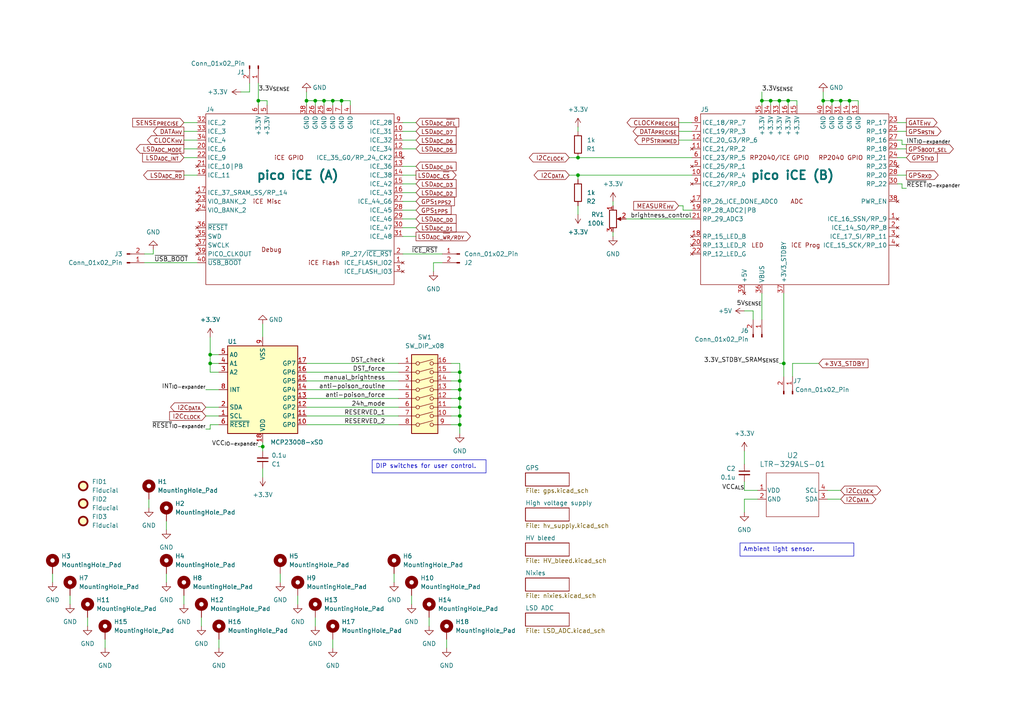
<source format=kicad_sch>
(kicad_sch (version 20230121) (generator eeschema)
  (paper "A4")
  (title_block (title "Nixie Accurate Clock") (rev "B") (company "Paul Willis"))
  (lib_symbols
    (symbol "00_lib:LTR-329ALS-01" (pin_names (offset 0.254))
      (property "Reference" "U" (at 10.16 10.16 0))
      (property "Value" "LTR-329ALS-01" (at 10.16 7.62 0))
      (symbol "LTR-329ALS-01_1_1"
        (pin power_in line (at 0 0 0) (length 2.54) (name "VDD") (number "1"))
        (pin power_in line (at 0 -2.54 0) (length 2.54) (name "GND") (number "2"))
        (pin bidirectional line (at 20.32 -2.54 180) (length 2.54) (name "SDA") (number "3"))
        (pin input line (at 20.32 0 180) (length 2.54) (name "SCL") (number "4"))
      )
    )
    (symbol "00_lib:pico_iCE (A)"
      (property "Reference" "J4" (at 27.305 -2.54 0))
      (property "Value" "pico iCE (A)" (at 26.67 31.75 0))
      (symbol "pico_iCE (A)_1_1"
        (text "Debug" (at 19.05 10.16 0) (effects (font (size 1.27 1.27))))
        (text "iCE Flash" (at 34.29 6.35 0) (effects (font (size 1.27 1.27))))
        (text "iCE GPIO" (at 24.13 36.83 0) (effects (font (size 1.27 1.27))))
        (text "iCE Misc" (at 17.78 24.13 0) (effects (font (size 1.27 1.27))))
        (pin no_connect line (at 57.15 6.35 180) (length 2.54) (name "ICE_FLASH_IO2") (number "1"))
        (pin input line (at 57.15 44.45 180) (length 2.54) (name "ICE_31") (number "10"))
        (pin input line (at 57.15 41.91 180) (length 2.54) (name "ICE_32") (number "11"))
        (pin input line (at 57.15 39.37 180) (length 2.54) (name "ICE_34") (number "12"))
        (pin input line (at 57.15 34.29 180) (length 2.54) (name "ICE_36") (number "13"))
        (pin output line (at 57.15 31.75 180) (length 2.54) (name "ICE_38") (number "14"))
        (pin input line (at 57.15 29.21 180) (length 2.54) (name "ICE_42") (number "15"))
        (pin input line (at 57.15 26.67 180) (length 2.54) (name "ICE_43") (number "16"))
        (pin no_connect line (at -2.54 26.67 0) (length 2.54) (name "ICE_37_SRAM_SS/RP_14") (number "17"))
        (pin no_connect line (at 57.15 36.83 180) (length 2.54) (name "ICE_35_G0/RP_24_CK2") (number "18"))
        (pin output line (at -2.54 31.75 0) (length 2.54) (name "ICE_11") (number "19"))
        (pin bidirectional line (at 57.15 8.89 180) (length 2.54) (name "RP_27/~{ICE_RST}") (number "2"))
        (pin output line (at -2.54 39.37 0) (length 2.54) (name "ICE_6") (number "20"))
        (pin no_connect line (at -2.54 34.29 0) (length 2.54) (name "ICE_10|PB") (number "21"))
        (pin input line (at -2.54 36.83 0) (length 2.54) (name "ICE_9") (number "22"))
        (pin no_connect line (at -2.54 24.13 0) (length 2.54) (name "VIO_BANK_2") (number "23"))
        (pin no_connect line (at -2.54 21.59 0) (length 2.54) (name "VIO_BANK_2") (number "24"))
        (pin passive line (at 34.29 52.07 270) (length 2.54) (name "GND") (number "25"))
        (pin passive line (at 31.75 52.07 270) (length 2.54) (name "GND") (number "26"))
        (pin input line (at 57.15 24.13 180) (length 2.54) (name "ICE_44_G6") (number "27"))
        (pin input line (at 57.15 21.59 180) (length 2.54) (name "ICE_45") (number "28"))
        (pin input line (at 57.15 19.05 180) (length 2.54) (name "ICE_46") (number "29"))
        (pin no_connect line (at 57.15 3.81 180) (length 2.54) (name "ICE_FLASH_IO3") (number "3"))
        (pin input line (at 57.15 16.51 180) (length 2.54) (name "ICE_47") (number "30"))
        (pin output line (at 57.15 13.97 180) (length 2.54) (name "ICE_48") (number "31"))
        (pin input line (at -2.54 46.99 0) (length 2.54) (name "ICE_2") (number "32"))
        (pin output line (at -2.54 44.45 0) (length 2.54) (name "ICE_3") (number "33"))
        (pin output line (at -2.54 41.91 0) (length 2.54) (name "ICE_4") (number "34"))
        (pin no_connect line (at -2.54 13.97 0) (length 2.54) (name "SWD") (number "35"))
        (pin no_connect line (at -2.54 16.51 0) (length 2.54) (name "~{RESET}") (number "36"))
        (pin no_connect line (at -2.54 11.43 0) (length 2.54) (name "SWCLK") (number "37"))
        (pin passive line (at 29.21 52.07 270) (length 2.54) (name "GND") (number "38"))
        (pin no_connect line (at -2.54 8.89 0) (length 2.54) (name "PICO_CLKOUT") (number "39"))
        (pin power_out line (at 41.91 52.07 270) (length 2.54) (name "GND") (number "4"))
        (pin input line (at -2.54 6.35 0) (length 2.54) (name "~{USB_BOOT}") (number "40"))
        (pin power_out line (at 17.78 52.07 270) (length 2.54) (name "+3.3V") (number "5"))
        (pin passive line (at 15.24 52.07 270) (length 2.54) (name "+3.3V") (number "6"))
        (pin passive line (at 39.37 52.07 270) (length 2.54) (name "GND") (number "7"))
        (pin passive line (at 36.83 52.07 270) (length 2.54) (name "GND") (number "8"))
        (pin input line (at 57.15 46.99 180) (length 2.54) (name "ICE_28") (number "9"))
      )
    )
    (symbol "00_lib:pico_iCE (B)"
      (property "Reference" "J5" (at 0 50.8 0))
      (property "Value" "pico iCE (B)" (at 26.67 31.75 0))
      (symbol "pico_iCE (B)_1_1"
        (text "ADC" (at 27.94 24.13 0) (effects (font (size 1.27 1.27))))
        (text "iCE Prog" (at 30.48 11.43 0) (effects (font (size 1.27 1.27))))
        (text "LED" (at 16.51 11.43 0) (effects (font (size 1.27 1.27))))
        (text "RP2040 GPIO" (at 40.64 36.83 0) (effects (font (size 1.27 1.27))))
        (text "RP2040/iCE GPIO" (at 22.86 36.83 0) (effects (font (size 1.27 1.27))))
        (pin no_connect line (at 57.15 19.05 180) (length 2.54) (name "ICE_16_SSN/RP_9") (number "1"))
        (pin bidirectional line (at -2.54 31.75 0) (length 2.54) (name "ICE_26/RP_4") (number "10"))
        (pin no_connect line (at -2.54 39.37 0) (length 2.54) (name "ICE_21/RP_2") (number "11"))
        (pin output line (at -2.54 41.91 0) (length 2.54) (name "ICE_20_G3/RP_6") (number "12"))
        (pin passive line (at 45.72 52.07 270) (length 2.54) (name "GND") (number "13"))
        (pin passive line (at 43.18 52.07 270) (length 2.54) (name "GND") (number "14"))
        (pin passive line (at 27.94 52.07 270) (length 2.54) (name "+3.3V") (number "15"))
        (pin passive line (at 25.4 52.07 270) (length 2.54) (name "+3.3V") (number "16"))
        (pin no_connect line (at -2.54 24.13 0) (length 2.54) (name "RP_26_ICE_DONE_ADC0") (number "17"))
        (pin no_connect line (at -2.54 13.97 0) (length 2.54) (name "RP_15_LED_B") (number "18"))
        (pin input line (at -2.54 21.59 0) (length 2.54) (name "RP_28_ADC2|PB") (number "19"))
        (pin no_connect line (at 57.15 16.51 180) (length 2.54) (name "ICE_14_SO/RP_8") (number "2"))
        (pin no_connect line (at -2.54 11.43 0) (length 2.54) (name "RP_13_LED_R") (number "20"))
        (pin input line (at -2.54 19.05 0) (length 2.54) (name "RP_29_ADC3") (number "21"))
        (pin no_connect line (at -2.54 8.89 0) (length 2.54) (name "RP_12_LED_G") (number "22"))
        (pin output line (at 57.15 46.99 180) (length 2.54) (name "RP_17") (number "23"))
        (pin input line (at 57.15 36.83 180) (length 2.54) (name "RP_21") (number "24"))
        (pin output line (at 57.15 44.45 180) (length 2.54) (name "RP_19") (number "25"))
        (pin no_connect line (at 57.15 34.29 180) (length 2.54) (name "RP_23") (number "26"))
        (pin input line (at 57.15 41.91 180) (length 2.54) (name "RP_16") (number "27"))
        (pin output line (at 57.15 31.75 180) (length 2.54) (name "RP_20") (number "28"))
        (pin output line (at 57.15 39.37 180) (length 2.54) (name "RP_18") (number "29"))
        (pin no_connect line (at 57.15 13.97 180) (length 2.54) (name "ICE_17_SI/RP_11") (number "3"))
        (pin output line (at 57.15 29.21 180) (length 2.54) (name "RP_22") (number "30"))
        (pin passive line (at 40.64 52.07 270) (length 2.54) (name "GND") (number "31"))
        (pin passive line (at 38.1 52.07 270) (length 2.54) (name "GND") (number "32"))
        (pin passive line (at 22.86 52.07 270) (length 2.54) (name "+3.3V") (number "33"))
        (pin passive line (at 20.32 52.07 270) (length 2.54) (name "+3.3V") (number "34"))
        (pin passive line (at 17.78 52.07 270) (length 2.54) (name "+3.3V") (number "35"))
        (pin power_out line (at 17.78 -2.54 90) (length 2.54) (name "VBUS") (number "36"))
        (pin power_in line (at 24.13 -2.54 90) (length 2.54) (name "+3V3_STDBY") (number "37"))
        (pin no_connect line (at 57.15 24.13 180) (length 2.54) (name "PWR_EN") (number "38"))
        (pin no_connect line (at 12.7 -2.54 90) (length 2.54) (name "+5V") (number "39"))
        (pin no_connect line (at 57.15 11.43 180) (length 2.54) (name "ICE_15_SCK/RP_10") (number "4"))
        (pin passive line (at 35.56 52.07 270) (length 2.54) (name "GND") (number "40"))
        (pin no_connect line (at -2.54 34.29 0) (length 2.54) (name "ICE_25/RP_1") (number "5"))
        (pin bidirectional line (at -2.54 36.83 0) (length 2.54) (name "ICE_23/RP_5") (number "6"))
        (pin output line (at -2.54 44.45 0) (length 2.54) (name "ICE_19/RP_3") (number "7"))
        (pin output line (at -2.54 46.99 0) (length 2.54) (name "ICE_18/RP_7") (number "8"))
        (pin no_connect line (at -2.54 29.21 0) (length 2.54) (name "ICE_27/RP_0") (number "9"))
      )
    )
    (symbol "Conn_01x02_Pin_1" (pin_names (offset 1.016) hide)
      (property "Reference" "J6" (at 1.905 -3.81 90))
      (property "Value" "Conn_01x02_Pin" (at -0.635 -3.81 90))
      (symbol "Conn_01x02_Pin_1_1_1"
        (pin power_in line (at 5.08 0 180) (length 3.81) (name "Pin_1") (number "1"))
        (pin power_out line (at 5.08 -2.54 180) (length 3.81) (name "Pin_2") (number "2"))
      )
    )
    (symbol "Conn_01x02_Pin_2" (pin_names (offset 1.016) hide)
      (property "Reference" "J7" (at 1.905 -3.81 90))
      (property "Value" "Conn_01x02_Pin" (at -0.635 -3.81 90))
      (symbol "Conn_01x02_Pin_2_1_1"
        (pin power_in line (at 5.08 0 180) (length 3.81) (name "Pin_1") (number "1"))
        (pin power_out line (at 5.08 -2.54 180) (length 3.81) (name "Pin_2") (number "2"))
      )
    )
    (symbol "Conn_01x02_Pin_3" (pin_names (offset 1.016) hide)
      (property "Reference" "J5" (at 2.54 1.27 0))
      (property "Value" "Conn_01x02_Pin" (at 2.54 3.81 0))
      (symbol "Conn_01x02_Pin_3_1_1"
        (pin power_in line (at 5.08 0 180) (length 3.81) (name "Pin_1") (number "1"))
        (pin power_out line (at 5.08 -2.54 180) (length 3.81) (name "Pin_2") (number "2"))
      )
    )
    (symbol "Connector:Conn_01x02_Pin" (pin_names (offset 1.016) hide)
      (property "Reference" "J" (at 0 2.54 0))
      (property "Value" "Conn_01x02_Pin" (at 0 -5.08 0))
      (symbol "Conn_01x02_Pin_1_1"
        (pin passive line (at 5.08 0 180) (length 3.81) (name "Pin_1") (number "1"))
        (pin passive line (at 5.08 -2.54 180) (length 3.81) (name "Pin_2") (number "2"))
      )
    )
    (symbol "Device:C_Small" (pin_numbers hide) (pin_names (offset 0.254) hide)
      (property "Reference" "C4" (at -2.54 1.2637 0))
      (property "Value" "0.1u" (at -2.54 -1.2763 0))
      (symbol "C_Small_1_1"
        (pin power_in line (at 0 2.54 270) (length 2.032) (name "~") (number "1"))
        (pin power_out line (at 0 -2.54 90) (length 2.032) (name "~") (number "2"))
      )
    )
    (symbol "Device:R" (pin_numbers hide) (pin_names (offset 0))
      (property "Reference" "R" (at 2.032 0 90))
      (property "Value" "R" (at 0 0 90))
      (symbol "R_1_1"
        (pin passive line (at 0 3.81 270) (length 1.27) (name "~") (number "1"))
        (pin passive line (at 0 -3.81 90) (length 1.27) (name "~") (number "2"))
      )
    )
    (symbol "Device:R_Potentiometer" (pin_names (offset 1.016) hide)
      (property "Reference" "RV" (at -4.445 0 90))
      (property "Value" "R_Potentiometer" (at -2.54 0 90))
      (symbol "R_Potentiometer_1_1"
        (pin passive line (at 0 3.81 270) (length 1.27) (name "1") (number "1"))
        (pin passive line (at 3.81 0 180) (length 1.27) (name "2") (number "2"))
        (pin passive line (at 0 -3.81 90) (length 1.27) (name "3") (number "3"))
      )
    )
    (symbol "Interface_Expansion:MCP23008-xSO"
      (property "Reference" "U" (at -8.89 13.97 0))
      (property "Value" "MCP23008-xSO" (at 8.89 13.97 0))
      (symbol "MCP23008-xSO_1_1"
        (pin input line (at -12.7 7.62 0) (length 2.54) (name "SCL") (number "1"))
        (pin bidirectional line (at 12.7 10.16 180) (length 2.54) (name "GP0") (number "10"))
        (pin bidirectional line (at 12.7 7.62 180) (length 2.54) (name "GP1") (number "11"))
        (pin bidirectional line (at 12.7 5.08 180) (length 2.54) (name "GP2") (number "12"))
        (pin bidirectional line (at 12.7 2.54 180) (length 2.54) (name "GP3") (number "13"))
        (pin bidirectional line (at 12.7 0 180) (length 2.54) (name "GP4") (number "14"))
        (pin bidirectional line (at 12.7 -2.54 180) (length 2.54) (name "GP5") (number "15"))
        (pin bidirectional line (at 12.7 -5.08 180) (length 2.54) (name "GP6") (number "16"))
        (pin bidirectional line (at 12.7 -7.62 180) (length 2.54) (name "GP7") (number "17"))
        (pin power_in line (at 0 15.24 270) (length 2.54) (name "VDD") (number "18"))
        (pin bidirectional line (at -12.7 5.08 0) (length 2.54) (name "SDA") (number "2"))
        (pin input line (at -12.7 -5.08 0) (length 2.54) (name "A2") (number "3"))
        (pin input line (at -12.7 -7.62 0) (length 2.54) (name "A1") (number "4"))
        (pin input line (at -12.7 -10.16 0) (length 2.54) (name "A0") (number "5"))
        (pin input line (at -12.7 10.16 0) (length 2.54) (name "~{RESET}") (number "6"))
        (pin no_connect line (at -10.16 -2.54 0) (length 2.54) hide (name "NC") (number "7"))
        (pin output line (at -12.7 0 0) (length 2.54) (name "INT") (number "8"))
        (pin power_in line (at 0 -15.24 90) (length 2.54) (name "VSS") (number "9"))
      )
    )
    (symbol "Mechanical:Fiducial"
      (property "Reference" "FID" (at 0 5.08 0))
      (property "Value" "Fiducial" (at 0 3.175 0))
    )
    (symbol "Mechanical:MountingHole_Pad" (pin_numbers hide) (pin_names (offset 1.016) hide)
      (property "Reference" "H" (at 0 6.35 0))
      (property "Value" "MountingHole_Pad" (at 0 4.445 0))
      (symbol "MountingHole_Pad_1_1"
        (pin input line (at 0 -2.54 90) (length 2.54) (name "1") (number "1"))
      )
    )
    (symbol "Switch:SW_DIP_x08" (pin_names (offset 0) hide)
      (property "Reference" "SW" (at 0 13.97 0))
      (property "Value" "SW_DIP_x08" (at 0 -11.43 0))
      (symbol "SW_DIP_x08_1_1"
        (pin passive line (at -7.62 10.16 0) (length 5.08) (name "~") (number "1"))
        (pin passive line (at 7.62 -5.08 180) (length 5.08) (name "~") (number "10"))
        (pin passive line (at 7.62 -2.54 180) (length 5.08) (name "~") (number "11"))
        (pin passive line (at 7.62 0 180) (length 5.08) (name "~") (number "12"))
        (pin passive line (at 7.62 2.54 180) (length 5.08) (name "~") (number "13"))
        (pin passive line (at 7.62 5.08 180) (length 5.08) (name "~") (number "14"))
        (pin passive line (at 7.62 7.62 180) (length 5.08) (name "~") (number "15"))
        (pin passive line (at 7.62 10.16 180) (length 5.08) (name "~") (number "16"))
        (pin passive line (at -7.62 7.62 0) (length 5.08) (name "~") (number "2"))
        (pin passive line (at -7.62 5.08 0) (length 5.08) (name "~") (number "3"))
        (pin passive line (at -7.62 2.54 0) (length 5.08) (name "~") (number "4"))
        (pin passive line (at -7.62 0 0) (length 5.08) (name "~") (number "5"))
        (pin passive line (at -7.62 -2.54 0) (length 5.08) (name "~") (number "6"))
        (pin passive line (at -7.62 -5.08 0) (length 5.08) (name "~") (number "7"))
        (pin passive line (at -7.62 -7.62 0) (length 5.08) (name "~") (number "8"))
        (pin passive line (at 7.62 -7.62 180) (length 5.08) (name "~") (number "9"))
      )
    )
    (symbol "power:+3.3V" (power) (pin_names (offset 0))
      (property "Value" "+3.3V" (at 0 3.556 0))
      (symbol "+3.3V_1_1"
        (pin power_in line (at 0 0 90) (length 0) hide (name "+3.3V") (number "1"))
      )
    )
    (symbol "power:+5V" (power) (pin_names (offset 0))
      (property "Value" "+5V" (at 0 3.556 0))
      (symbol "+5V_1_1"
        (pin power_in line (at 0 0 90) (length 0) hide (name "+5V") (number "1"))
      )
    )
    (symbol "power:GND" (power) (pin_names (offset 0))
      (property "Value" "GND" (at 0 -3.81 0))
      (symbol "GND_1_1"
        (pin power_in line (at 0 0 270) (length 0) hide (name "GND") (number "1"))
      )
    )
  )
  (junction (at 99.06 29.21))
  (junction (at 96.52 29.21))
  (junction (at 227.33 105.41))
  (junction (at 133.35 110.49))
  (junction (at 133.35 113.03))
  (junction (at 167.64 50.8))
  (junction (at 74.93 29.21))
  (junction (at 93.98 29.21))
  (junction (at 243.84 29.21))
  (junction (at 60.96 105.41))
  (junction (at 223.52 29.21))
  (junction (at 60.96 102.87))
  (junction (at 246.38 29.21))
  (junction (at 167.64 45.72))
  (junction (at 91.44 29.21))
  (junction (at 238.76 29.21))
  (junction (at 228.6 29.21))
  (junction (at 220.98 29.21))
  (junction (at 133.35 118.11))
  (junction (at 133.35 107.95))
  (junction (at 76.2 129.54))
  (junction (at 133.35 115.57))
  (junction (at 133.35 120.65))
  (junction (at 226.06 29.21))
  (junction (at 133.35 123.19))
  (junction (at 88.9 29.21))
  (junction (at 241.3 29.21))
  (wire (pts (xy 167.64 36.83) (xy 167.64 38.1)))
  (wire (pts (xy 120.65 48.26) (xy 116.84 48.26)))
  (wire (pts (xy 60.96 105.41) (xy 60.96 102.87)))
  (wire (pts (xy 20.32 175.26) (xy 20.32 172.72)))
  (wire (pts (xy 238.76 30.48) (xy 238.76 29.21)))
  (wire (pts (xy 133.35 107.95) (xy 133.35 110.49)))
  (wire (pts (xy 116.84 58.42) (xy 120.65 58.42)))
  (wire (pts (xy 96.52 29.21) (xy 99.06 29.21)))
  (wire (pts (xy 76.2 135.89) (xy 76.2 138.43)))
  (wire (pts (xy 25.4 181.61) (xy 25.4 179.07)))
  (wire (pts (xy 74.93 30.48) (xy 74.93 29.21)))
  (wire (pts (xy 60.96 124.46) (xy 60.96 123.19)))
  (wire (pts (xy 96.52 29.21) (xy 96.52 30.48)))
  (wire (pts (xy 48.26 168.91) (xy 48.26 166.37)))
  (wire (pts (xy 101.6 29.21) (xy 101.6 30.48)))
  (wire (pts (xy 120.65 68.58) (xy 116.84 68.58)))
  (wire (pts (xy 133.35 120.65) (xy 133.35 123.19)))
  (wire (pts (xy 128.27 76.2) (xy 125.73 76.2)))
  (wire (pts (xy 262.89 43.18) (xy 260.35 43.18)))
  (wire (pts (xy 218.44 90.17) (xy 215.9 90.17)))
  (wire (pts (xy 120.65 50.8) (xy 116.84 50.8)))
  (wire (pts (xy 57.15 76.2) (xy 41.91 76.2)))
  (wire (pts (xy 215.9 144.78) (xy 219.71 144.78)))
  (wire (pts (xy 246.38 29.21) (xy 248.92 29.21)))
  (wire (pts (xy 88.9 30.48) (xy 88.9 29.21)))
  (wire (pts (xy 241.3 29.21) (xy 241.3 30.48)))
  (wire (pts (xy 15.24 168.91) (xy 15.24 166.37)))
  (wire (pts (xy 133.35 110.49) (xy 133.35 113.03)))
  (wire (pts (xy 72.39 26.67) (xy 69.85 26.67)))
  (wire (pts (xy 196.85 38.1) (xy 200.66 38.1)))
  (wire (pts (xy 262.89 45.72) (xy 260.35 45.72)))
  (wire (pts (xy 220.98 26.67) (xy 220.98 29.21)))
  (wire (pts (xy 261.62 40.64) (xy 260.35 40.64)))
  (wire (pts (xy 91.44 29.21) (xy 91.44 30.48)))
  (wire (pts (xy 246.38 29.21) (xy 246.38 30.48)))
  (wire (pts (xy 91.44 181.61) (xy 91.44 179.07)))
  (wire (pts (xy 53.34 175.26) (xy 53.34 172.72)))
  (wire (pts (xy 53.34 50.8) (xy 57.15 50.8)))
  (wire (pts (xy 88.9 107.95) (xy 115.57 107.95)))
  (wire (pts (xy 60.96 97.79) (xy 60.96 102.87)))
  (wire (pts (xy 220.98 85.09) (xy 220.98 92.71)))
  (wire (pts (xy 177.8 58.42) (xy 177.8 59.69)))
  (wire (pts (xy 238.76 29.21) (xy 241.3 29.21)))
  (wire (pts (xy 60.96 123.19) (xy 63.5 123.19)))
  (wire (pts (xy 262.89 50.8) (xy 260.35 50.8)))
  (wire (pts (xy 167.64 45.72) (xy 200.66 45.72)))
  (wire (pts (xy 99.06 29.21) (xy 101.6 29.21)))
  (wire (pts (xy 215.9 139.7) (xy 215.9 142.24)))
  (wire (pts (xy 262.89 38.1) (xy 260.35 38.1)))
  (wire (pts (xy 77.47 30.48) (xy 77.47 29.21)))
  (wire (pts (xy 240.03 142.24) (xy 243.84 142.24)))
  (wire (pts (xy 181.61 63.5) (xy 200.66 63.5)))
  (wire (pts (xy 120.65 40.64) (xy 116.84 40.64)))
  (wire (pts (xy 196.85 59.69) (xy 198.12 59.69)))
  (wire (pts (xy 133.35 105.41) (xy 133.35 107.95)))
  (wire (pts (xy 215.9 130.81) (xy 215.9 134.62)))
  (wire (pts (xy 261.62 41.91) (xy 261.62 40.64)))
  (wire (pts (xy 93.98 29.21) (xy 93.98 30.48)))
  (wire (pts (xy 130.81 105.41) (xy 133.35 105.41)))
  (wire (pts (xy 223.52 29.21) (xy 223.52 30.48)))
  (wire (pts (xy 88.9 113.03) (xy 115.57 113.03)))
  (wire (pts (xy 120.65 63.5) (xy 116.84 63.5)))
  (wire (pts (xy 116.84 60.96) (xy 120.65 60.96)))
  (wire (pts (xy 227.33 85.09) (xy 227.33 105.41)))
  (wire (pts (xy 88.9 120.65) (xy 115.57 120.65)))
  (wire (pts (xy 226.06 29.21) (xy 228.6 29.21)))
  (wire (pts (xy 125.73 76.2) (xy 125.73 78.74)))
  (wire (pts (xy 196.85 35.56) (xy 200.66 35.56)))
  (wire (pts (xy 99.06 29.21) (xy 99.06 30.48)))
  (wire (pts (xy 53.34 40.64) (xy 57.15 40.64)))
  (wire (pts (xy 43.18 147.32) (xy 43.18 144.78)))
  (wire (pts (xy 120.65 53.34) (xy 116.84 53.34)))
  (wire (pts (xy 240.03 144.78) (xy 243.84 144.78)))
  (wire (pts (xy 177.8 68.58) (xy 177.8 67.31)))
  (wire (pts (xy 53.34 43.18) (xy 57.15 43.18)))
  (wire (pts (xy 226.06 105.41) (xy 227.33 105.41)))
  (wire (pts (xy 198.12 60.96) (xy 200.66 60.96)))
  (wire (pts (xy 44.45 73.66) (xy 44.45 72.39)))
  (wire (pts (xy 167.64 52.07) (xy 167.64 50.8)))
  (wire (pts (xy 88.9 29.21) (xy 91.44 29.21)))
  (wire (pts (xy 130.81 120.65) (xy 133.35 120.65)))
  (wire (pts (xy 74.93 29.21) (xy 74.93 24.13)))
  (wire (pts (xy 130.81 118.11) (xy 133.35 118.11)))
  (wire (pts (xy 91.44 29.21) (xy 93.98 29.21)))
  (wire (pts (xy 76.2 129.54) (xy 76.2 130.81)))
  (wire (pts (xy 120.65 35.56) (xy 116.84 35.56)))
  (wire (pts (xy 114.3 168.91) (xy 114.3 166.37)))
  (wire (pts (xy 63.5 107.95) (xy 60.96 107.95)))
  (wire (pts (xy 229.87 109.22) (xy 229.87 105.41)))
  (wire (pts (xy 63.5 187.96) (xy 63.5 185.42)))
  (wire (pts (xy 60.96 107.95) (xy 60.96 105.41)))
  (wire (pts (xy 133.35 118.11) (xy 133.35 120.65)))
  (wire (pts (xy 81.28 168.91) (xy 81.28 166.37)))
  (wire (pts (xy 167.64 62.23) (xy 167.64 59.69)))
  (wire (pts (xy 130.81 113.03) (xy 133.35 113.03)))
  (wire (pts (xy 228.6 29.21) (xy 231.14 29.21)))
  (wire (pts (xy 93.98 29.21) (xy 96.52 29.21)))
  (wire (pts (xy 120.65 43.18) (xy 116.84 43.18)))
  (wire (pts (xy 261.62 53.34) (xy 260.35 53.34)))
  (wire (pts (xy 218.44 92.71) (xy 218.44 90.17)))
  (wire (pts (xy 248.92 29.21) (xy 248.92 30.48)))
  (wire (pts (xy 262.89 41.91) (xy 261.62 41.91)))
  (wire (pts (xy 58.42 181.61) (xy 58.42 179.07)))
  (wire (pts (xy 243.84 29.21) (xy 243.84 30.48)))
  (wire (pts (xy 60.96 102.87) (xy 63.5 102.87)))
  (wire (pts (xy 59.69 118.11) (xy 63.5 118.11)))
  (wire (pts (xy 76.2 93.98) (xy 76.2 97.79)))
  (wire (pts (xy 88.9 26.67) (xy 88.9 29.21)))
  (wire (pts (xy 59.69 120.65) (xy 63.5 120.65)))
  (wire (pts (xy 53.34 35.56) (xy 57.15 35.56)))
  (wire (pts (xy 133.35 123.19) (xy 133.35 125.73)))
  (wire (pts (xy 238.76 26.67) (xy 238.76 29.21)))
  (wire (pts (xy 165.1 50.8) (xy 167.64 50.8)))
  (wire (pts (xy 116.84 73.66) (xy 128.27 73.66)))
  (wire (pts (xy 120.65 38.1) (xy 116.84 38.1)))
  (wire (pts (xy 215.9 142.24) (xy 219.71 142.24)))
  (wire (pts (xy 63.5 105.41) (xy 60.96 105.41)))
  (wire (pts (xy 76.2 128.27) (xy 76.2 129.54)))
  (wire (pts (xy 165.1 45.72) (xy 167.64 45.72)))
  (wire (pts (xy 241.3 29.21) (xy 243.84 29.21)))
  (wire (pts (xy 220.98 30.48) (xy 220.98 29.21)))
  (wire (pts (xy 74.93 129.54) (xy 76.2 129.54)))
  (wire (pts (xy 130.81 123.19) (xy 133.35 123.19)))
  (wire (pts (xy 88.9 123.19) (xy 115.57 123.19)))
  (wire (pts (xy 59.69 113.03) (xy 63.5 113.03)))
  (wire (pts (xy 243.84 29.21) (xy 246.38 29.21)))
  (wire (pts (xy 88.9 105.41) (xy 115.57 105.41)))
  (wire (pts (xy 88.9 118.11) (xy 115.57 118.11)))
  (wire (pts (xy 198.12 59.69) (xy 198.12 60.96)))
  (wire (pts (xy 41.91 73.66) (xy 44.45 73.66)))
  (wire (pts (xy 167.64 50.8) (xy 200.66 50.8)))
  (wire (pts (xy 196.85 40.64) (xy 200.66 40.64)))
  (wire (pts (xy 129.54 187.96) (xy 129.54 185.42)))
  (wire (pts (xy 30.48 187.96) (xy 30.48 185.42)))
  (wire (pts (xy 231.14 29.21) (xy 231.14 30.48)))
  (wire (pts (xy 124.46 181.61) (xy 124.46 179.07)))
  (wire (pts (xy 130.81 115.57) (xy 133.35 115.57)))
  (wire (pts (xy 228.6 29.21) (xy 228.6 30.48)))
  (wire (pts (xy 261.62 54.61) (xy 261.62 53.34)))
  (wire (pts (xy 262.89 54.61) (xy 261.62 54.61)))
  (wire (pts (xy 260.35 35.56) (xy 262.89 35.56)))
  (wire (pts (xy 96.52 187.96) (xy 96.52 185.42)))
  (wire (pts (xy 74.93 29.21) (xy 77.47 29.21)))
  (wire (pts (xy 220.98 29.21) (xy 223.52 29.21)))
  (wire (pts (xy 215.9 148.59) (xy 215.9 144.78)))
  (wire (pts (xy 120.65 55.88) (xy 116.84 55.88)))
  (wire (pts (xy 229.87 105.41) (xy 237.49 105.41)))
  (wire (pts (xy 130.81 107.95) (xy 133.35 107.95)))
  (wire (pts (xy 120.65 66.04) (xy 116.84 66.04)))
  (wire (pts (xy 53.34 38.1) (xy 57.15 38.1)))
  (wire (pts (xy 223.52 29.21) (xy 226.06 29.21)))
  (wire (pts (xy 88.9 115.57) (xy 115.57 115.57)))
  (wire (pts (xy 119.38 175.26) (xy 119.38 172.72)))
  (wire (pts (xy 88.9 110.49) (xy 115.57 110.49)))
  (wire (pts (xy 226.06 29.21) (xy 226.06 30.48)))
  (wire (pts (xy 48.26 153.67) (xy 48.26 151.13)))
  (wire (pts (xy 59.69 124.46) (xy 60.96 124.46)))
  (wire (pts (xy 133.35 113.03) (xy 133.35 115.57)))
  (wire (pts (xy 72.39 24.13) (xy 72.39 26.67)))
  (wire (pts (xy 130.81 110.49) (xy 133.35 110.49)))
  (wire (pts (xy 86.36 175.26) (xy 86.36 172.72)))
  (wire (pts (xy 227.33 105.41) (xy 227.33 109.22)))
  (wire (pts (xy 133.35 115.57) (xy 133.35 118.11)))
  (wire (pts (xy 53.34 45.72) (xy 57.15 45.72)))
  (text_box "DIP switches for user control." (at 107.95 133.35 0) (size 33.02 3.81) (effects (font (size 1.27 1.27)) (justify left top)))
  (text_box "Ambient light sensor." (at 214.63 157.48 0) (size 33.02 3.81) (effects (font (size 1.27 1.27)) (justify left top)))
  (label "~{RESET}_{IO-expander}" (at 262.89 54.61 0))
  (label "VCC_{ALS}" (at 215.9 142.24 180))
  (label "INT_{IO-expander}" (at 59.69 113.03 180))
  (label "~{USB_BOOT}" (at 54.61 76.2 180))
  (label "~{RESET}_{IO-expander}" (at 59.69 124.46 180))
  (label "brightness_control" (at 182.88 63.5 0))
  (label "3.3V_{SENSE}" (at 74.93 26.67 0))
  (label "3.3V_{SENSE}" (at 220.98 26.67 0))
  (label "24h_mode" (at 111.76 118.11 180))
  (label "DST_check" (at 111.76 105.41 180))
  (label "5V_{SENSE}" (at 220.98 88.9 180))
  (label "anti-poison_force" (at 111.76 115.57 180))
  (label "INT_{IO-expander}" (at 262.89 41.91 0))
  (label "anti-poison_routine" (at 111.76 113.03 180))
  (label "RESERVED_1" (at 111.76 120.65 180))
  (label "DST_force" (at 111.76 107.95 180))
  (label "manual_brightness" (at 111.76 110.49 180))
  (label "VCC_{IO-expander}" (at 74.93 129.54 180))
  (label "~{ICE_RST}" (at 119.38 73.66 0))
  (label "RESERVED_2" (at 111.76 123.19 180))
  (label "3.3V_STDBY_SRAM_{SENSE}" (at 226.06 105.41 180))
  (global_label "LSD_{ADC_D1}" (shape input) (at 120.65 66.04 0) (property "Intersheetrefs" "${INTERSHEET_REFS}" (effects hide)))
  (global_label "DATA_{PRECISE}" (shape output) (at 196.85 38.1 180) (property "Intersheetrefs" "${INTERSHEET_REFS}" (effects hide)))
  (global_label "LSD_{ADC_D3}" (shape input) (at 120.65 53.34 0) (property "Intersheetrefs" "${INTERSHEET_REFS}" (effects hide)))
  (global_label "LSD_{ADC_D6}" (shape input) (at 120.65 40.64 0) (property "Intersheetrefs" "${INTERSHEET_REFS}" (effects hide)))
  (global_label "LSD_{ADC_~{INT}}" (shape input) (at 53.34 45.72 180) (property "Intersheetrefs" "${INTERSHEET_REFS}" (effects hide)))
  (global_label "GPS_{1PPS2}" (shape input) (at 120.65 58.42 0) (property "Intersheetrefs" "${INTERSHEET_REFS}" (effects hide)))
  (global_label "LSD_{ADC_D0}" (shape input) (at 120.65 63.5 0) (property "Intersheetrefs" "${INTERSHEET_REFS}" (effects hide)))
  (global_label "GATE_{HV}" (shape output) (at 262.89 35.56 0) (property "Intersheetrefs" "${INTERSHEET_REFS}" (effects hide)))
  (global_label "LSD_{ADC_~{CS}}" (shape output) (at 120.65 50.8 0) (property "Intersheetrefs" "${INTERSHEET_REFS}" (effects hide)))
  (global_label "LSD_{ADC_D2}" (shape input) (at 120.65 55.88 0) (property "Intersheetrefs" "${INTERSHEET_REFS}" (effects hide)))
  (global_label "CLOCK_{PRECISE}" (shape output) (at 196.85 35.56 180) (property "Intersheetrefs" "${INTERSHEET_REFS}" (effects hide)))
  (global_label "GPS_{RXD}" (shape output) (at 262.89 50.8 0) (property "Intersheetrefs" "${INTERSHEET_REFS}" (effects hide)))
  (global_label "GPS_{1PPS}" (shape input) (at 120.65 60.96 0) (property "Intersheetrefs" "${INTERSHEET_REFS}" (effects hide)))
  (global_label "PPS_{TRIMMED}" (shape output) (at 196.85 40.64 180) (property "Intersheetrefs" "${INTERSHEET_REFS}" (effects hide)))
  (global_label "LSD_{ADC_~{RD}}" (shape output) (at 53.34 50.8 180) (property "Intersheetrefs" "${INTERSHEET_REFS}" (effects hide)))
  (global_label "CLOCK_{HV}" (shape output) (at 53.34 40.64 180) (property "Intersheetrefs" "${INTERSHEET_REFS}" (effects hide)))
  (global_label "SENSE_{PRECISE}" (shape input) (at 53.34 35.56 180) (property "Intersheetrefs" "${INTERSHEET_REFS}" (effects hide)))
  (global_label "LSD_{ADC_~{OFL}}" (shape input) (at 120.65 35.56 0) (property "Intersheetrefs" "${INTERSHEET_REFS}" (effects hide)))
  (global_label "I2C_{CLOCK}" (shape bidirectional) (at 243.84 142.24 0) (property "Intersheetrefs" "${INTERSHEET_REFS}" (effects hide)))
  (global_label "DATA_{HV}" (shape output) (at 53.34 38.1 180) (property "Intersheetrefs" "${INTERSHEET_REFS}" (effects hide)))
  (global_label "I2C_{CLOCK}" (shape bidirectional) (at 165.1 45.72 180) (property "Intersheetrefs" "${INTERSHEET_REFS}" (effects hide)))
  (global_label "GPS_{TXD}" (shape input) (at 262.89 45.72 0) (property "Intersheetrefs" "${INTERSHEET_REFS}" (effects hide)))
  (global_label "I2C_{DATA}" (shape bidirectional) (at 243.84 144.78 0) (property "Intersheetrefs" "${INTERSHEET_REFS}" (effects hide)))
  (global_label "LSD_{ADC_D7}" (shape input) (at 120.65 38.1 0) (property "Intersheetrefs" "${INTERSHEET_REFS}" (effects hide)))
  (global_label "I2C_{DATA}" (shape bidirectional) (at 59.69 118.11 180) (property "Intersheetrefs" "${INTERSHEET_REFS}" (effects hide)))
  (global_label "I2C_{CLOCK}" (shape input) (at 59.69 120.65 180) (property "Intersheetrefs" "${INTERSHEET_REFS}" (effects hide)))
  (global_label "LSD_{ADC_D4}" (shape input) (at 120.65 48.26 0) (property "Intersheetrefs" "${INTERSHEET_REFS}" (effects hide)))
  (global_label "LSD_{ADC_MODE}" (shape output) (at 53.34 43.18 180) (property "Intersheetrefs" "${INTERSHEET_REFS}" (effects hide)))
  (global_label "GPS_{RSTN}" (shape output) (at 262.89 38.1 0) (property "Intersheetrefs" "${INTERSHEET_REFS}" (effects hide)))
  (global_label "GPS_{BOOT_SEL}" (shape output) (at 262.89 43.18 0) (property "Intersheetrefs" "${INTERSHEET_REFS}" (effects hide)))
  (global_label "I2C_{DATA}" (shape bidirectional) (at 165.1 50.8 180) (property "Intersheetrefs" "${INTERSHEET_REFS}" (effects hide)))
  (global_label "MEASURE_{HV}" (shape input) (at 196.85 59.69 180) (property "Intersheetrefs" "${INTERSHEET_REFS}" (effects hide)))
  (global_label "+3V3_STDBY" (shape input) (at 237.49 105.41 0) (property "Intersheetrefs" "${INTERSHEET_REFS}" (effects hide)))
  (global_label "LSD_{ADC_~{WR}{slash}RDY}" (shape output) (at 120.65 68.58 0) (property "Intersheetrefs" "${INTERSHEET_REFS}" (effects hide)))
  (global_label "LSD_{ADC_D5}" (shape input) (at 120.65 43.18 0) (property "Intersheetrefs" "${INTERSHEET_REFS}" (effects hide)))
  (symbol (lib_id "Switch:SW_DIP_x08") (at 123.19 115.57 0) (unit 1)
    (property "Reference" "SW1" (at 123.19 97.79 0))
    (property "Value" "SW_DIP_x08" (at 123.19 100.33 0))
    (property "Footprint" "Button_Switch_SMD:SW_DIP_SPSTx08_Slide_6.7x21.88mm_W8.61mm_P2.54mm_LowProfile" (effects hide))
    (property "Datasheet" "https://www.ctscorp.com/wp-content/uploads/219.pdf" (effects hide))
    (property "Model" "219-8MST" (effects hide))
    (property "Price" "0.95" (effects hide))
    (property "Digikey link" "https://www.digikey.com/en/products/detail/cts-electrocomponents/219-8MST/223209" (effects hide))
    (property "Mouser link" "https://www.mouser.com/ProductDetail/CTS-Electronic-Components/219-8MST?qs=qNzHFtQhdJ%252B8jOs%2FDCRqeg%3D%3D" (effects hide))
  )
  (symbol (lib_id "power:GND") (at 76.2 93.98 0) (mirror x) (unit 1)
    (property "Reference" "#PWR011" (effects hide))
    (property "Value" "GND" (at 80.01 92.71 0))
  )
  (symbol (lib_id "power:GND") (at 25.4 181.61 0) (unit 1)
    (property "Reference" "#PWR027" (effects hide))
    (property "Value" "GND" (at 25.4 186.69 0))
  )
  (symbol (lib_id "Mechanical:MountingHole_Pad") (at 129.54 182.88 0) (unit 1) (in_bom no)
    (property "Reference" "H18" (at 132.08 180.34 0) (effects (justify left)))
    (property "Value" "MountingHole_Pad" (at 132.08 182.88 0) (effects (justify left)))
    (property "Footprint" "MountingHole:MountingHole_2.7mm_M2.5_Pad_Via" (effects hide))
  )
  (symbol (lib_id "power:GND") (at 81.28 168.91 0) (unit 1)
    (property "Reference" "#PWR021" (effects hide))
    (property "Value" "GND" (at 81.28 173.99 0))
  )
  (symbol (lib_id "power:GND") (at 86.36 175.26 0) (unit 1)
    (property "Reference" "#PWR025" (effects hide))
    (property "Value" "GND" (at 86.36 180.34 0))
  )
  (symbol (lib_id "Mechanical:MountingHole_Pad") (at 48.26 163.83 0) (unit 1) (in_bom no)
    (property "Reference" "H4" (at 50.8 161.29 0) (effects (justify left)))
    (property "Value" "MountingHole_Pad" (at 50.8 163.83 0) (effects (justify left)))
    (property "Footprint" "MountingHole:MountingHole_2.7mm_M2.5_Pad_Via" (effects hide))
  )
  (symbol (lib_id "power:+3.3V") (at 76.2 138.43 0) (mirror x) (unit 1)
    (property "Reference" "#PWR015" (effects hide))
    (property "Value" "+3.3V" (at 76.2 143.51 0))
  )
  (symbol (lib_id "power:+5V") (at 215.9 90.17 90) (mirror x) (unit 1)
    (property "Reference" "#PWR010" (effects hide))
    (property "Value" "+5V" (at 208.28 90.17 90) (effects (justify right)))
  )
  (symbol (lib_id "Device:C_Small") (at 215.9 137.16 0) (unit 1)
    (property "Reference" "C2" (at 213.36 135.8963 0) (effects (justify right)))
    (property "Value" "0.1u" (at 213.36 138.4363 0) (effects (justify right)))
    (property "Footprint" "Capacitor_SMD:C_0603_1608Metric" (effects hide))
    (property "Datasheet" "https://mm.digikey.com/Volume0/opasdata/d220001/medias/docus/658/CL10B104KB8NNWC_Spec.pdf" (effects hide))
    (property "Model" "CL10B104KB8NNWC" (effects hide))
    (property "Price" "0.10" (effects hide))
    (property "Digikey link" "https://www.digikey.com/en/products/detail/samsung-electro-mechanics/CL10A105KA8NNNC/3886760" (effects hide))
    (property "Mouser link" "https://www.mouser.com/ProductDetail/Samsung-Electro-Mechanics/CL10A105KA8NNNC?qs=hqM3L16%252BxldY%252BnK4KzDJVg%3D%3D" (effects hide))
  )
  (symbol (lib_id "Mechanical:MountingHole_Pad") (at 91.44 176.53 0) (unit 1) (in_bom no)
    (property "Reference" "H13" (at 93.98 173.99 0) (effects (justify left)))
    (property "Value" "MountingHole_Pad" (at 93.98 176.53 0) (effects (justify left)))
    (property "Footprint" "MountingHole:MountingHole_2.7mm_M2.5_Pad_Via" (effects hide))
  )
  (symbol (lib_id "power:GND") (at 63.5 187.96 0) (unit 1)
    (property "Reference" "#PWR032" (effects hide))
    (property "Value" "GND" (at 63.5 193.04 0))
  )
  (symbol (lib_id "Device:C_Small") (at 76.2 133.35 180) (unit 1)
    (property "Reference" "C1" (at 78.74 134.6137 0) (effects (justify right)))
    (property "Value" "0.1u" (at 78.74 132.0737 0) (effects (justify right)))
    (property "Footprint" "Capacitor_SMD:C_0603_1608Metric" (effects hide))
    (property "Datasheet" "https://mm.digikey.com/Volume0/opasdata/d220001/medias/docus/658/CL10B104KB8NNWC_Spec.pdf" (effects hide))
    (property "Model" "CL10B104KB8NNWC" (effects hide))
    (property "Price" "0.10" (effects hide))
    (property "Digikey link" "https://www.digikey.com/en/products/detail/samsung-electro-mechanics/CL10A105KA8NNNC/3886760" (effects hide))
    (property "Mouser link" "https://www.mouser.com/ProductDetail/Samsung-Electro-Mechanics/CL10A105KA8NNNC?qs=hqM3L16%252BxldY%252BnK4KzDJVg%3D%3D" (effects hide))
  )
  (symbol (lib_id "power:+3.3V") (at 167.64 36.83 0) (unit 1)
    (property "Reference" "#PWR04" (effects hide))
    (property "Value" "+3.3V" (at 167.64 31.75 0))
  )
  (symbol (lib_id "Mechanical:MountingHole_Pad") (at 119.38 170.18 0) (unit 1) (in_bom no)
    (property "Reference" "H10" (at 121.92 167.64 0) (effects (justify left)))
    (property "Value" "MountingHole_Pad" (at 121.92 170.18 0) (effects (justify left)))
    (property "Footprint" "MountingHole:MountingHole_2.7mm_M2.5_Pad_Via" (effects hide))
  )
  (symbol (lib_id "Device:R") (at 167.64 41.91 180) (unit 1)
    (property "Reference" "R1" (at 171.45 43.18 0))
    (property "Value" "1k" (at 171.45 40.64 0))
    (property "Footprint" "Resistor_SMD:R_0603_1608Metric" (effects hide))
    (property "Datasheet" "https://www.yageo.com/upload/media/product/app/datasheet/rchip/pyu-rc_group_51_rohs_l.pdf" (effects hide))
    (property "Model" "RC0603FR-071KL" (effects hide))
    (property "Price" "0.10" (effects hide))
    (property "Digikey link" "https://www.digikey.com/en/products/detail/yageo/RC0603FR-071KL/726843" (effects hide))
    (property "Mouser link" "https://www.mouser.com/ProductDetail/YAGEO/RC0603FR-071KL?qs=VU8sRB4EgwApHsk4rF%2F3zg%3D%3D" (effects hide))
  )
  (symbol (lib_id "power:GND") (at 88.9 26.67 180) (unit 1)
    (property "Reference" "#PWR02" (effects hide))
    (property "Value" "GND" (at 92.71 25.4 0))
  )
  (symbol (lib_id "Mechanical:MountingHole_Pad") (at 20.32 170.18 0) (unit 1) (in_bom no)
    (property "Reference" "H7" (at 22.86 167.64 0) (effects (justify left)))
    (property "Value" "MountingHole_Pad" (at 22.86 170.18 0) (effects (justify left)))
    (property "Footprint" "MountingHole:MountingHole_2.7mm_M2.5_Pad_Via" (effects hide))
  )
  (symbol (lib_id "Connector:Conn_01x02_Pin") (at 133.35 73.66 0) (mirror y) (unit 1)
    (property "Reference" "J2" (at 134.62 76.2 0) (effects (justify right)))
    (property "Value" "Conn_01x02_Pin" (at 134.62 73.66 0) (effects (justify right)))
    (property "Footprint" "Connector_PinHeader_2.54mm:PinHeader_1x02_P2.54mm_Vertical_SMD_Pin1Left" (effects hide))
    (property "Datasheet" "https://suddendocs.samtec.com/catalog_english/tsm.pdf" (effects hide))
    (property "Model" "TSM-102-01-L-SV" (effects hide))
    (property "Price" "0.42" (effects hide))
    (property "Digikey link" "https://www.digikey.com/en/products/detail/samtec-inc/TSM-102-01-L-SV/2685520" (effects hide))
    (property "Mouser link" "https://www.mouser.com/ProductDetail/Samtec/TSM-102-01-L-SV?qs=FESYatJ8odJ%252BIhPvKBkuBA%3D%3D" (effects hide))
  )
  (symbol (lib_id "Mechanical:Fiducial") (at 24.13 140.97 0) (unit 1)
    (property "Reference" "FID1" (at 26.67 139.7 0) (effects (justify left)))
    (property "Value" "Fiducial" (at 26.67 142.24 0) (effects (justify left)))
    (property "Footprint" "Fiducial:Fiducial_1mm_Mask3mm" (effects hide))
  )
  (symbol (lib_id "Mechanical:MountingHole_Pad") (at 30.48 182.88 0) (unit 1) (in_bom no)
    (property "Reference" "H15" (at 33.02 180.34 0) (effects (justify left)))
    (property "Value" "MountingHole_Pad" (at 33.02 182.88 0) (effects (justify left)))
    (property "Footprint" "MountingHole:MountingHole_2.7mm_M2.5_Pad_Via" (effects hide))
  )
  (symbol (lib_id "Device:R") (at 167.64 55.88 0) (mirror y) (unit 1)
    (property "Reference" "R2" (at 171.45 58.42 0))
    (property "Value" "1k" (at 171.45 55.88 0))
    (property "Footprint" "Resistor_SMD:R_0603_1608Metric" (effects hide))
    (property "Datasheet" "https://www.yageo.com/upload/media/product/app/datasheet/rchip/pyu-rc_group_51_rohs_l.pdf" (effects hide))
    (property "Model" "RC0603FR-071KL" (effects hide))
    (property "Price" "0.10" (effects hide))
    (property "Digikey link" "https://www.digikey.com/en/products/detail/yageo/RC0603FR-071KL/726843" (effects hide))
    (property "Mouser link" "https://www.mouser.com/ProductDetail/YAGEO/RC0603FR-071KL?qs=VU8sRB4EgwApHsk4rF%2F3zg%3D%3D" (effects hide))
  )
  (symbol (lib_id "Device:R_Potentiometer") (at 177.8 63.5 0) (unit 1)
    (property "Reference" "RV1" (at 175.26 62.23 0) (effects (justify right)))
    (property "Value" "100k" (at 175.26 64.77 0) (effects (justify right)))
    (property "Footprint" "Potentiometer_SMD:Potentiometer_Bourns_3269X_Horizontal" (effects hide))
    (property "Datasheet" "https://www.bourns.com/docs/Product-Datasheets/3269.pdf" (effects hide))
    (property "Model" "3269X-1-104GLF" (effects hide))
    (property "Price" "3.68" (effects hide))
    (property "Digikey link" "https://www.digikey.com/en/products/detail/bourns-inc/3269X-1-104GLF/2535630" (effects hide))
    (property "Mouser link" "https://www.mouser.com/ProductDetail/Bourns/3269X-1-104GLF?qs=Rk6YzfsJF02hTa5cSpJqSw%3D%3D" (effects hide))
  )
  (symbol (lib_name "Conn_01x02_Pin_1") (lib_id "Connector:Conn_01x02_Pin") (at 220.98 97.79 270) (mirror x) (unit 1)
    (property "Reference" "J6" (at 217.17 95.885 90) (effects (justify right)))
    (property "Value" "Conn_01x02_Pin" (at 217.17 98.425 90) (effects (justify right)))
    (property "Footprint" "Connector_PinHeader_2.54mm:PinHeader_1x02_P2.54mm_Vertical_SMD_Pin1Left" (effects hide))
    (property "Datasheet" "https://suddendocs.samtec.com/catalog_english/tsm.pdf" (effects hide))
    (property "Model" "TSM-102-01-L-SV" (effects hide))
    (property "Price" "0.42" (effects hide))
    (property "Digikey link" "https://www.digikey.com/en/products/detail/samtec-inc/TSM-102-01-L-SV/2685520" (effects hide))
    (property "Mouser link" "https://www.mouser.com/ProductDetail/Samtec/TSM-102-01-L-SV?qs=FESYatJ8odJ%252BIhPvKBkuBA%3D%3D" (effects hide))
  )
  (symbol (lib_id "power:GND") (at 48.26 153.67 0) (unit 1)
    (property "Reference" "#PWR018" (effects hide))
    (property "Value" "GND" (at 48.26 158.75 0))
  )
  (symbol (lib_id "Mechanical:MountingHole_Pad") (at 53.34 170.18 0) (unit 1) (in_bom no)
    (property "Reference" "H8" (at 55.88 167.64 0) (effects (justify left)))
    (property "Value" "MountingHole_Pad" (at 55.88 170.18 0) (effects (justify left)))
    (property "Footprint" "MountingHole:MountingHole_2.7mm_M2.5_Pad_Via" (effects hide))
  )
  (symbol (lib_id "power:GND") (at 125.73 78.74 0) (mirror y) (unit 1)
    (property "Reference" "#PWR09" (effects hide))
    (property "Value" "GND" (at 125.73 83.82 0))
  )
  (symbol (lib_id "power:GND") (at 43.18 147.32 0) (unit 1)
    (property "Reference" "#PWR016" (effects hide))
    (property "Value" "GND" (at 43.18 152.4 0))
  )
  (symbol (lib_id "power:GND") (at 177.8 68.58 0) (unit 1)
    (property "Reference" "#PWR07" (effects hide))
    (property "Value" "GND" (at 177.8 73.66 0))
  )
  (symbol (lib_id "power:GND") (at 91.44 181.61 0) (unit 1)
    (property "Reference" "#PWR029" (effects hide))
    (property "Value" "GND" (at 91.44 186.69 0))
  )
  (symbol (lib_id "power:+3.3V") (at 167.64 62.23 180) (unit 1)
    (property "Reference" "#PWR06" (effects hide))
    (property "Value" "+3.3V" (at 167.64 67.31 0))
  )
  (symbol (lib_id "Mechanical:MountingHole_Pad") (at 58.42 176.53 0) (unit 1) (in_bom no)
    (property "Reference" "H12" (at 60.96 173.99 0) (effects (justify left)))
    (property "Value" "MountingHole_Pad" (at 60.96 176.53 0) (effects (justify left)))
    (property "Footprint" "MountingHole:MountingHole_2.7mm_M2.5_Pad_Via" (effects hide))
  )
  (symbol (lib_id "00_lib:pico_iCE (B)") (at 203.2 82.55 0) (unit 1)
    (property "Reference" "J5" (at 203.2 31.75 0) (effects (justify left)))
    (property "Value" "pico iCE (B)" (at 229.87 50.8 0) (effects (font (size 2.54 2.54) bold)))
    (property "Footprint" "00_lib:pico iCE (B)" (effects hide))
    (property "Datasheet" "https://suddendocs.samtec.com/catalog_english/ssm_sm.pdf" (effects hide))
    (property "Price" "6.65" (effects hide))
    (property "Digikey link" "https://www.digikey.com/en/products/detail/samtec-inc/SSM-120-L-DV-A/7861007" (effects hide))
    (property "Mouser link" "https://www.mouser.com/ProductDetail/Samtec/SSM-120-L-DV-A?qs=rU5fayqh%252BE2VZqLoNez%252BbA%3D%3D" (effects hide))
    (property "Model" "SSM-120-L-DV-A" (effects hide))
  )
  (symbol (lib_name "Conn_01x02_Pin_3") (lib_id "Connector:Conn_01x02_Pin") (at 229.87 114.3 270) (mirror x) (unit 1)
    (property "Reference" "J7" (at 232.41 110.49 90) (effects (justify right)))
    (property "Value" "Conn_01x02_Pin" (at 246.38 113.03 90) (effects (justify right)))
    (property "Footprint" "Connector_PinHeader_2.54mm:PinHeader_1x02_P2.54mm_Vertical_SMD_Pin1Left" (effects hide))
    (property "Datasheet" "https://suddendocs.samtec.com/catalog_english/tsm.pdf" (effects hide))
    (property "Model" "TSM-102-01-L-SV" (effects hide))
    (property "Price" "0.42" (effects hide))
    (property "Digikey link" "https://www.digikey.com/en/products/detail/samtec-inc/TSM-102-01-L-SV/2685520" (effects hide))
    (property "Mouser link" "https://www.mouser.com/ProductDetail/Samtec/TSM-102-01-L-SV?qs=FESYatJ8odJ%252BIhPvKBkuBA%3D%3D" (effects hide))
  )
  (symbol (lib_id "power:GND") (at 133.35 125.73 0) (unit 1)
    (property "Reference" "#PWR013" (effects hide))
    (property "Value" "GND" (at 133.35 130.81 0))
  )
  (symbol (lib_id "power:GND") (at 48.26 168.91 0) (unit 1)
    (property "Reference" "#PWR020" (effects hide))
    (property "Value" "GND" (at 48.26 173.99 0))
  )
  (symbol (lib_id "power:GND") (at 44.45 72.39 0) (mirror x) (unit 1)
    (property "Reference" "#PWR08" (effects hide))
    (property "Value" "GND" (at 44.45 67.31 0))
  )
  (symbol (lib_id "Mechanical:MountingHole_Pad") (at 25.4 176.53 0) (unit 1) (in_bom no)
    (property "Reference" "H11" (at 27.94 173.99 0) (effects (justify left)))
    (property "Value" "MountingHole_Pad" (at 27.94 176.53 0) (effects (justify left)))
    (property "Footprint" "MountingHole:MountingHole_2.7mm_M2.5_Pad_Via" (effects hide))
  )
  (symbol (lib_id "power:GND") (at 129.54 187.96 0) (unit 1)
    (property "Reference" "#PWR034" (effects hide))
    (property "Value" "GND" (at 129.54 193.04 0))
  )
  (symbol (lib_id "power:GND") (at 119.38 175.26 0) (unit 1)
    (property "Reference" "#PWR026" (effects hide))
    (property "Value" "GND" (at 119.38 180.34 0))
  )
  (symbol (lib_id "Mechanical:Fiducial") (at 24.13 151.13 0) (unit 1)
    (property "Reference" "FID3" (at 26.67 149.86 0) (effects (justify left)))
    (property "Value" "Fiducial" (at 26.67 152.4 0) (effects (justify left)))
    (property "Footprint" "Fiducial:Fiducial_1mm_Mask3mm" (effects hide))
  )
  (symbol (lib_id "Mechanical:MountingHole_Pad") (at 96.52 182.88 0) (unit 1) (in_bom no)
    (property "Reference" "H17" (at 99.06 180.34 0) (effects (justify left)))
    (property "Value" "MountingHole_Pad" (at 99.06 182.88 0) (effects (justify left)))
    (property "Footprint" "MountingHole:MountingHole_2.7mm_M2.5_Pad_Via" (effects hide))
  )
  (symbol (lib_id "power:GND") (at 30.48 187.96 0) (unit 1)
    (property "Reference" "#PWR031" (effects hide))
    (property "Value" "GND" (at 30.48 193.04 0))
  )
  (symbol (lib_id "Mechanical:MountingHole_Pad") (at 63.5 182.88 0) (unit 1) (in_bom no)
    (property "Reference" "H16" (at 66.04 180.34 0) (effects (justify left)))
    (property "Value" "MountingHole_Pad" (at 66.04 182.88 0) (effects (justify left)))
    (property "Footprint" "MountingHole:MountingHole_2.7mm_M2.5_Pad_Via" (effects hide))
  )
  (symbol (lib_id "Mechanical:MountingHole_Pad") (at 124.46 176.53 0) (unit 1) (in_bom no)
    (property "Reference" "H14" (at 127 173.99 0) (effects (justify left)))
    (property "Value" "MountingHole_Pad" (at 127 176.53 0) (effects (justify left)))
    (property "Footprint" "MountingHole:MountingHole_2.7mm_M2.5_Pad_Via" (effects hide))
  )
  (symbol (lib_id "Mechanical:MountingHole_Pad") (at 15.24 163.83 0) (unit 1) (in_bom no)
    (property "Reference" "H3" (at 17.78 161.29 0) (effects (justify left)))
    (property "Value" "MountingHole_Pad" (at 17.78 163.83 0) (effects (justify left)))
    (property "Footprint" "MountingHole:MountingHole_2.7mm_M2.5_Pad_Via" (effects hide))
  )
  (symbol (lib_id "power:GND") (at 114.3 168.91 0) (unit 1)
    (property "Reference" "#PWR022" (effects hide))
    (property "Value" "GND" (at 114.3 173.99 0))
  )
  (symbol (lib_id "power:GND") (at 124.46 181.61 0) (unit 1)
    (property "Reference" "#PWR030" (effects hide))
    (property "Value" "GND" (at 124.46 186.69 0))
  )
  (symbol (lib_id "Mechanical:MountingHole_Pad") (at 81.28 163.83 0) (unit 1) (in_bom no)
    (property "Reference" "H5" (at 83.82 161.29 0) (effects (justify left)))
    (property "Value" "MountingHole_Pad" (at 83.82 163.83 0) (effects (justify left)))
    (property "Footprint" "MountingHole:MountingHole_2.7mm_M2.5_Pad_Via" (effects hide))
  )
  (symbol (lib_id "power:+3.3V") (at 69.85 26.67 90) (unit 1)
    (property "Reference" "#PWR01" (effects hide))
    (property "Value" "+3.3V" (at 66.04 26.67 90) (effects (justify left)))
  )
  (symbol (lib_id "power:+3.3V") (at 60.96 97.79 0) (mirror y) (unit 1)
    (property "Reference" "#PWR012" (effects hide))
    (property "Value" "+3.3V" (at 60.96 92.71 0))
  )
  (symbol (lib_id "Mechanical:MountingHole_Pad") (at 48.26 148.59 0) (unit 1) (in_bom no)
    (property "Reference" "H2" (at 50.8 146.05 0) (effects (justify left)))
    (property "Value" "MountingHole_Pad" (at 50.8 148.59 0) (effects (justify left)))
    (property "Footprint" "MountingHole:MountingHole_2.7mm_M2.5_Pad_Via" (effects hide))
  )
  (symbol (lib_id "power:GND") (at 58.42 181.61 0) (unit 1)
    (property "Reference" "#PWR028" (effects hide))
    (property "Value" "GND" (at 58.42 186.69 0))
  )
  (symbol (lib_id "power:GND") (at 53.34 175.26 0) (unit 1)
    (property "Reference" "#PWR024" (effects hide))
    (property "Value" "GND" (at 53.34 180.34 0))
  )
  (symbol (lib_id "power:+3.3V") (at 215.9 130.81 0) (unit 1)
    (property "Reference" "#PWR014" (effects hide))
    (property "Value" "+3.3V" (at 215.9 125.73 0))
  )
  (symbol (lib_name "Conn_01x02_Pin_2") (lib_id "Connector:Conn_01x02_Pin") (at 74.93 19.05 270) (unit 1)
    (property "Reference" "J1" (at 71.12 20.955 90) (effects (justify right)))
    (property "Value" "Conn_01x02_Pin" (at 71.12 18.415 90) (effects (justify right)))
    (property "Footprint" "Connector_PinHeader_2.54mm:PinHeader_1x02_P2.54mm_Vertical_SMD_Pin1Left" (effects hide))
    (property "Datasheet" "https://suddendocs.samtec.com/catalog_english/tsm.pdf" (effects hide))
    (property "Model" "TSM-102-01-L-SV" (effects hide))
    (property "Price" "0.42" (effects hide))
    (property "Digikey link" "https://www.digikey.com/en/products/detail/samtec-inc/TSM-102-01-L-SV/2685520" (effects hide))
    (property "Mouser link" "https://www.mouser.com/ProductDetail/Samtec/TSM-102-01-L-SV?qs=FESYatJ8odJ%252BIhPvKBkuBA%3D%3D" (effects hide))
  )
  (symbol (lib_id "Mechanical:MountingHole_Pad") (at 86.36 170.18 0) (unit 1) (in_bom no)
    (property "Reference" "H9" (at 88.9 167.64 0) (effects (justify left)))
    (property "Value" "MountingHole_Pad" (at 88.9 170.18 0) (effects (justify left)))
    (property "Footprint" "MountingHole:MountingHole_2.7mm_M2.5_Pad_Via" (effects hide))
  )
  (symbol (lib_id "00_lib:pico_iCE (A)") (at 59.69 82.55 0) (unit 1)
    (property "Reference" "J4" (at 60.96 31.75 0))
    (property "Value" "pico iCE (A)" (at 86.36 50.8 0) (effects (font (size 2.54 2.54) bold)))
    (property "Footprint" "00_lib:pico iCE (A)" (effects hide))
    (property "Datasheet" "https://suddendocs.samtec.com/catalog_english/ssm_sm.pdf" (effects hide))
    (property "Price" "6.65" (effects hide))
    (property "Digikey link" "https://www.digikey.com/en/products/detail/samtec-inc/SSM-120-L-DV-A/7861007" (effects hide))
    (property "Mouser link" "https://www.mouser.com/ProductDetail/Samtec/SSM-120-L-DV-A?qs=rU5fayqh%252BE2VZqLoNez%252BbA%3D%3D" (effects hide))
    (property "Model" "SSM-120-L-DV-A" (effects hide))
  )
  (symbol (lib_id "power:GND") (at 15.24 168.91 0) (unit 1)
    (property "Reference" "#PWR019" (effects hide))
    (property "Value" "GND" (at 15.24 173.99 0))
  )
  (symbol (lib_id "Mechanical:Fiducial") (at 24.13 146.05 0) (unit 1)
    (property "Reference" "FID2" (at 26.67 144.78 0) (effects (justify left)))
    (property "Value" "Fiducial" (at 26.67 147.32 0) (effects (justify left)))
    (property "Footprint" "Fiducial:Fiducial_1mm_Mask3mm" (effects hide))
  )
  (symbol (lib_id "00_lib:LTR-329ALS-01") (at 219.71 142.24 0) (unit 1)
    (property "Reference" "U2" (at 229.87 132.08 0) (effects (font (size 1.524 1.524))))
    (property "Value" "LTR-329ALS-01" (at 229.87 134.62 0) (effects (font (size 1.524 1.524))))
    (property "Footprint" "00_lib:LTR-329ALS-01_LTO" (effects hide))
    (property "Datasheet" "https://optoelectronics.liteon.com/upload/download/DS86-2014-0006/LTR-329ALS-01_DS_V1.pdf" (effects hide))
    (property "Price" "0.97" (effects hide))
    (property "Digikey link" "https://www.digikey.com/en/products/detail/liteon/LTR-329ALS-01/4847334" (effects hide))
    (property "Mouser link" "https://www.mouser.com/ProductDetail/Lite-On/LTR-329ALS-01?qs=Ml%2FaxAEbwm8eHg8LIDPUrw%3D%3D" (effects hide))
  )
  (symbol (lib_id "Connector:Conn_01x02_Pin") (at 36.83 76.2 0) (mirror x) (unit 1)
    (property "Reference" "J3" (at 35.56 73.66 0) (effects (justify right)))
    (property "Value" "Conn_01x02_Pin" (at 35.56 76.2 0) (effects (justify right)))
    (property "Footprint" "Connector_PinHeader_2.54mm:PinHeader_1x02_P2.54mm_Vertical_SMD_Pin1Left" (effects hide))
    (property "Datasheet" "https://suddendocs.samtec.com/catalog_english/tsm.pdf" (effects hide))
    (property "Model" "TSM-102-01-L-SV" (effects hide))
    (property "Price" "0.42" (effects hide))
    (property "Digikey link" "https://www.digikey.com/en/products/detail/samtec-inc/TSM-102-01-L-SV/2685520" (effects hide))
    (property "Mouser link" "https://www.mouser.com/ProductDetail/Samtec/TSM-102-01-L-SV?qs=FESYatJ8odJ%252BIhPvKBkuBA%3D%3D" (effects hide))
  )
  (symbol (lib_id "power:GND") (at 20.32 175.26 0) (unit 1)
    (property "Reference" "#PWR023" (effects hide))
    (property "Value" "GND" (at 20.32 180.34 0))
  )
  (symbol (lib_id "power:GND") (at 238.76 26.67 180) (unit 1)
    (property "Reference" "#PWR03" (effects hide))
    (property "Value" "GND" (at 242.57 25.4 0))
  )
  (symbol (lib_id "Mechanical:MountingHole_Pad") (at 43.18 142.24 0) (unit 1) (in_bom no)
    (property "Reference" "H1" (at 45.72 139.7 0) (effects (justify left)))
    (property "Value" "MountingHole_Pad" (at 45.72 142.24 0) (effects (justify left)))
    (property "Footprint" "MountingHole:MountingHole_2.7mm_M2.5_Pad_Via" (effects hide))
  )
  (symbol (lib_id "power:+3.3V") (at 177.8 58.42 0) (unit 1)
    (property "Reference" "#PWR05" (effects hide))
    (property "Value" "+3.3V" (at 177.8 53.34 0))
  )
  (symbol (lib_id "Mechanical:MountingHole_Pad") (at 114.3 163.83 0) (unit 1) (in_bom no)
    (property "Reference" "H6" (at 116.84 161.29 0) (effects (justify left)))
    (property "Value" "MountingHole_Pad" (at 116.84 163.83 0) (effects (justify left)))
    (property "Footprint" "MountingHole:MountingHole_2.7mm_M2.5_Pad_Via" (effects hide))
  )
  (symbol (lib_id "power:GND") (at 96.52 187.96 0) (unit 1)
    (property "Reference" "#PWR033" (effects hide))
    (property "Value" "GND" (at 96.52 193.04 0))
  )
  (symbol (lib_id "power:GND") (at 215.9 148.59 0) (unit 1)
    (property "Reference" "#PWR017" (effects hide))
    (property "Value" "GND" (at 215.9 153.67 0))
  )
  (symbol (lib_id "Interface_Expansion:MCP23008-xSO") (at 76.2 113.03 0) (mirror x) (unit 1)
    (property "Reference" "U1" (at 66.04 99.06 0) (effects (justify left)))
    (property "Value" "MCP23008-xSO" (at 78.3941 128.27 0) (effects (justify left)))
    (property "Footprint" "Package_SO:SOIC-18W_7.5x11.6mm_P1.27mm" (effects hide))
    (property "Datasheet" "http://ww1.microchip.com/downloads/en/DeviceDoc/MCP23008-MCP23S08-Data-Sheet-20001919F.pdf" (effects hide))
    (property "Price" "1.37" (effects hide))
    (property "Digikey link" "https://www.digikey.com/en/products/detail/microchip-technology/MCP23008-E-SO/735952?s=N4IgTCBcDaILIGEAKYDMAGdAOAtAUQHoBlAeQAIQBdAXyA" (effects hide))
    (property "Mouser link" "https://www.mouser.com/ProductDetail/Microchip-Technology/MCP23008-E-SO?qs=Sez7gRs8XSWum74ZwQXTLw%3D%3D" (effects hide))
  )
  (sheet (at 152.4 167.64) (size 12.7 3.81) (stroke (width 0.1524))
    (property "Sheetname" "Nixies" (at 152.4 166.9284 0) (effects (justify left bottom)))
    (property "Sheetfile" "nixies.kicad_sch" (at 152.4 172.0346 0) (effects (justify left top)))
  )
  (sheet (at 152.4 157.48) (size 12.7 3.81) (stroke (width 0.1524))
    (property "Sheetname" "HV bleed" (at 152.4 156.7684 0) (effects (justify left bottom)))
    (property "Sheetfile" "HV_bleed.kicad_sch" (at 152.4 161.8746 0) (effects (justify left top)))
  )
  (sheet (at 152.4 177.8) (size 12.7 3.81) (stroke (width 0.1524))
    (property "Sheetname" "LSD ADC" (at 152.4 177.0884 0) (effects (justify left bottom)))
    (property "Sheetfile" "LSD_ADC.kicad_sch" (at 152.4 182.1946 0) (effects (justify left top)))
  )
  (sheet (at 152.4 137.16) (size 12.7 3.81) (stroke (width 0.1524))
    (property "Sheetname" "GPS" (at 152.4 136.4484 0) (effects (justify left bottom)))
    (property "Sheetfile" "gps.kicad_sch" (at 152.4 141.5546 0) (effects (justify left top)))
  )
  (sheet (at 152.4 147.32) (size 12.7 3.81) (stroke (width 0.1524))
    (property "Sheetname" "High voltage supply" (at 152.4 146.6084 0) (effects (justify left bottom)))
    (property "Sheetfile" "hv_supply.kicad_sch" (at 152.4 151.7146 0) (effects (justify left top)))
  )
)
</source>
